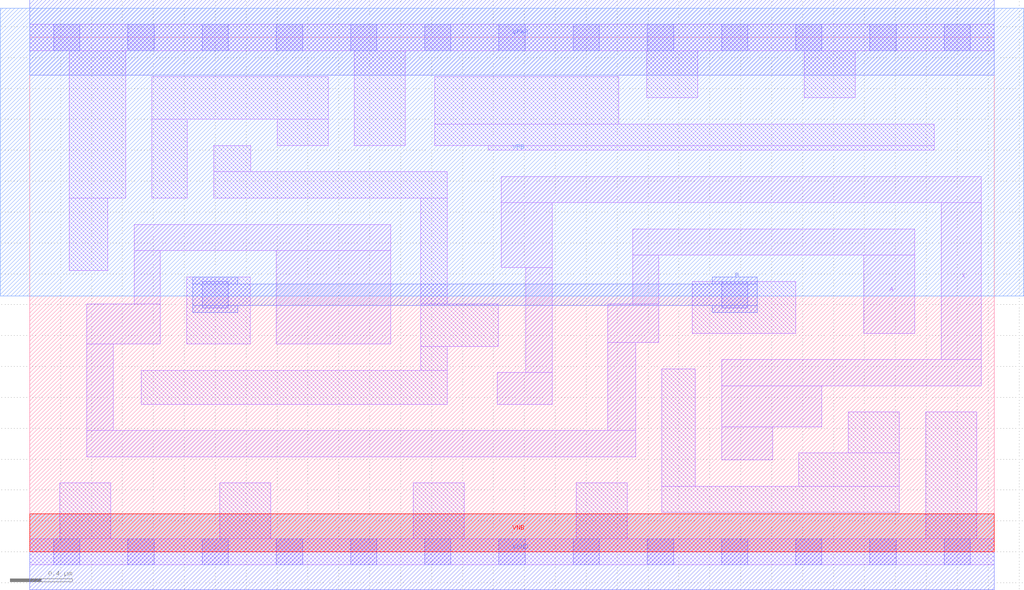
<source format=lef>
# Copyright 2020 The SkyWater PDK Authors
#
# Licensed under the Apache License, Version 2.0 (the "License");
# you may not use this file except in compliance with the License.
# You may obtain a copy of the License at
#
#     https://www.apache.org/licenses/LICENSE-2.0
#
# Unless required by applicable law or agreed to in writing, software
# distributed under the License is distributed on an "AS IS" BASIS,
# WITHOUT WARRANTIES OR CONDITIONS OF ANY KIND, either express or implied.
# See the License for the specific language governing permissions and
# limitations under the License.
#
# SPDX-License-Identifier: Apache-2.0

VERSION 5.7 ;
  NOWIREEXTENSIONATPIN ON ;
  DIVIDERCHAR "/" ;
  BUSBITCHARS "[]" ;
MACRO sky130_fd_sc_lp__xor2_2
  CLASS CORE ;
  FOREIGN sky130_fd_sc_lp__xor2_2 ;
  ORIGIN  0.000000  0.000000 ;
  SIZE  6.240000 BY  3.330000 ;
  SYMMETRY X Y R90 ;
  SITE unit ;
  PIN A
    ANTENNAGATEAREA  1.260000 ;
    DIRECTION INPUT ;
    USE SIGNAL ;
    PORT
      LAYER li1 ;
        RECT 0.370000 0.615000 3.920000 0.785000 ;
        RECT 0.370000 0.785000 0.540000 1.345000 ;
        RECT 0.370000 1.345000 0.845000 1.605000 ;
        RECT 0.675000 1.605000 0.845000 1.950000 ;
        RECT 0.675000 1.950000 2.335000 2.120000 ;
        RECT 1.595000 1.345000 2.335000 1.950000 ;
        RECT 3.740000 0.785000 3.920000 1.355000 ;
        RECT 3.740000 1.355000 4.070000 1.605000 ;
        RECT 3.900000 1.605000 4.070000 1.920000 ;
        RECT 3.900000 1.920000 5.725000 2.090000 ;
        RECT 5.395000 1.415000 5.725000 1.920000 ;
    END
  END A
  PIN B
    ANTENNAGATEAREA  1.260000 ;
    DIRECTION INPUT ;
    USE SIGNAL ;
    PORT
      LAYER met1 ;
        RECT 1.055000 1.550000 1.345000 1.595000 ;
        RECT 1.055000 1.595000 4.705000 1.735000 ;
        RECT 1.055000 1.735000 1.345000 1.780000 ;
        RECT 4.415000 1.550000 4.705000 1.595000 ;
        RECT 4.415000 1.735000 4.705000 1.780000 ;
    END
  END B
  PIN X
    ANTENNADIFFAREA  0.844200 ;
    DIRECTION OUTPUT ;
    USE SIGNAL ;
    PORT
      LAYER li1 ;
        RECT 3.025000 0.955000 3.380000 1.160000 ;
        RECT 3.050000 1.840000 3.380000 2.260000 ;
        RECT 3.050000 2.260000 6.155000 2.430000 ;
        RECT 3.210000 1.160000 3.380000 1.840000 ;
        RECT 4.475000 0.595000 4.805000 0.810000 ;
        RECT 4.475000 0.810000 5.125000 1.075000 ;
        RECT 4.475000 1.075000 6.155000 1.245000 ;
        RECT 5.895000 1.245000 6.155000 2.260000 ;
    END
  END X
  PIN VGND
    DIRECTION INOUT ;
    USE GROUND ;
    PORT
      LAYER met1 ;
        RECT 0.000000 -0.245000 6.240000 0.245000 ;
    END
  END VGND
  PIN VNB
    DIRECTION INOUT ;
    USE GROUND ;
    PORT
      LAYER pwell ;
        RECT 0.000000 0.000000 6.240000 0.245000 ;
    END
  END VNB
  PIN VPB
    DIRECTION INOUT ;
    USE POWER ;
    PORT
      LAYER nwell ;
        RECT -0.190000 1.655000 6.430000 3.520000 ;
    END
  END VPB
  PIN VPWR
    DIRECTION INOUT ;
    USE POWER ;
    PORT
      LAYER met1 ;
        RECT 0.000000 3.085000 6.240000 3.575000 ;
    END
  END VPWR
  OBS
    LAYER li1 ;
      RECT 0.000000 -0.085000 6.240000 0.085000 ;
      RECT 0.000000  3.245000 6.240000 3.415000 ;
      RECT 0.195000  0.085000 0.525000 0.445000 ;
      RECT 0.255000  1.820000 0.505000 2.290000 ;
      RECT 0.255000  2.290000 0.620000 3.245000 ;
      RECT 0.720000  0.955000 2.700000 1.175000 ;
      RECT 0.790000  2.290000 1.020000 2.800000 ;
      RECT 0.790000  2.800000 1.930000 3.075000 ;
      RECT 1.015000  1.345000 1.425000 1.780000 ;
      RECT 1.190000  2.290000 2.700000 2.460000 ;
      RECT 1.190000  2.460000 1.430000 2.630000 ;
      RECT 1.230000  0.085000 1.560000 0.445000 ;
      RECT 1.600000  2.630000 1.930000 2.800000 ;
      RECT 2.100000  2.630000 2.430000 3.245000 ;
      RECT 2.480000  0.085000 2.810000 0.445000 ;
      RECT 2.530000  1.175000 2.700000 1.330000 ;
      RECT 2.530000  1.330000 3.030000 1.605000 ;
      RECT 2.530000  1.605000 2.700000 2.290000 ;
      RECT 2.620000  2.630000 5.850000 2.770000 ;
      RECT 2.620000  2.770000 3.810000 3.075000 ;
      RECT 2.965000  2.600000 5.850000 2.630000 ;
      RECT 3.535000  0.085000 3.865000 0.445000 ;
      RECT 3.990000  2.940000 4.320000 3.245000 ;
      RECT 4.090000  0.255000 5.625000 0.425000 ;
      RECT 4.090000  0.425000 4.305000 1.185000 ;
      RECT 4.285000  1.415000 4.955000 1.750000 ;
      RECT 4.975000  0.425000 5.625000 0.640000 ;
      RECT 5.010000  2.940000 5.340000 3.245000 ;
      RECT 5.295000  0.640000 5.625000 0.905000 ;
      RECT 5.795000  0.085000 6.125000 0.905000 ;
    LAYER mcon ;
      RECT 0.155000 -0.085000 0.325000 0.085000 ;
      RECT 0.155000  3.245000 0.325000 3.415000 ;
      RECT 0.635000 -0.085000 0.805000 0.085000 ;
      RECT 0.635000  3.245000 0.805000 3.415000 ;
      RECT 1.115000 -0.085000 1.285000 0.085000 ;
      RECT 1.115000  1.580000 1.285000 1.750000 ;
      RECT 1.115000  3.245000 1.285000 3.415000 ;
      RECT 1.595000 -0.085000 1.765000 0.085000 ;
      RECT 1.595000  3.245000 1.765000 3.415000 ;
      RECT 2.075000 -0.085000 2.245000 0.085000 ;
      RECT 2.075000  3.245000 2.245000 3.415000 ;
      RECT 2.555000 -0.085000 2.725000 0.085000 ;
      RECT 2.555000  3.245000 2.725000 3.415000 ;
      RECT 3.035000 -0.085000 3.205000 0.085000 ;
      RECT 3.035000  3.245000 3.205000 3.415000 ;
      RECT 3.515000 -0.085000 3.685000 0.085000 ;
      RECT 3.515000  3.245000 3.685000 3.415000 ;
      RECT 3.995000 -0.085000 4.165000 0.085000 ;
      RECT 3.995000  3.245000 4.165000 3.415000 ;
      RECT 4.475000 -0.085000 4.645000 0.085000 ;
      RECT 4.475000  1.580000 4.645000 1.750000 ;
      RECT 4.475000  3.245000 4.645000 3.415000 ;
      RECT 4.955000 -0.085000 5.125000 0.085000 ;
      RECT 4.955000  3.245000 5.125000 3.415000 ;
      RECT 5.435000 -0.085000 5.605000 0.085000 ;
      RECT 5.435000  3.245000 5.605000 3.415000 ;
      RECT 5.915000 -0.085000 6.085000 0.085000 ;
      RECT 5.915000  3.245000 6.085000 3.415000 ;
  END
END sky130_fd_sc_lp__xor2_2
END LIBRARY

</source>
